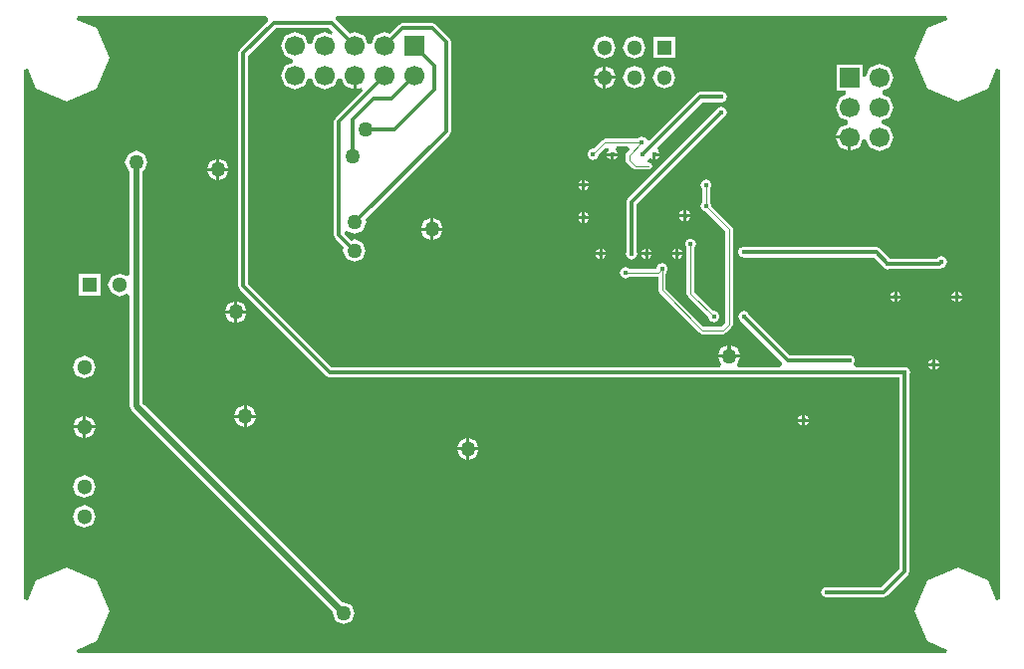
<source format=gbl>
%FSLAX42Y42*%
%MOMM*%
G71*
G01*
G75*
G04 Layer_Physical_Order=2*
G04 Layer_Color=16711680*
%ADD10R,1.45X1.65*%
%ADD11R,1.65X1.45*%
%ADD12O,2.20X0.60*%
%ADD13R,1.30X1.80*%
%ADD14R,5.55X6.10*%
%ADD15R,1.55X0.60*%
%ADD16R,0.80X0.90*%
%ADD17R,0.90X0.80*%
%ADD18R,1.40X0.90*%
%ADD19R,0.90X1.40*%
%ADD20R,1.15X1.80*%
%ADD21R,1.80X1.15*%
%ADD22R,1.55X0.70*%
%ADD23R,0.70X1.55*%
%ADD24R,1.00X1.75*%
%ADD25R,1.75X1.00*%
%ADD26R,3.10X5.60*%
%ADD27C,0.29*%
%ADD28O,0.40X1.70*%
%ADD29R,1.65X2.00*%
G04:AMPARAMS|DCode=30|XSize=0.8mm|YSize=1.5mm|CornerRadius=0mm|HoleSize=0mm|Usage=FLASHONLY|Rotation=180.000|XOffset=0mm|YOffset=0mm|HoleType=Round|Shape=Octagon|*
%AMOCTAGOND30*
4,1,8,0.20,-0.75,-0.20,-0.75,-0.40,-0.55,-0.40,0.55,-0.20,0.75,0.20,0.75,0.40,0.55,0.40,-0.55,0.20,-0.75,0.0*
%
%ADD30OCTAGOND30*%

G04:AMPARAMS|DCode=31|XSize=0.8mm|YSize=1.5mm|CornerRadius=0mm|HoleSize=0mm|Usage=FLASHONLY|Rotation=90.000|XOffset=0mm|YOffset=0mm|HoleType=Round|Shape=Octagon|*
%AMOCTAGOND31*
4,1,8,-0.75,-0.20,-0.75,0.20,-0.55,0.40,0.55,0.40,0.75,0.20,0.75,-0.20,0.55,-0.40,-0.55,-0.40,-0.75,-0.20,0.0*
%
%ADD31OCTAGOND31*%

%ADD32O,1.35X0.55*%
%ADD33O,0.60X1.55*%
%ADD34R,1.10X0.60*%
%ADD35C,0.50*%
%ADD36C,0.30*%
%ADD37C,0.10*%
%ADD38C,1.00*%
%ADD39C,0.25*%
%ADD40C,0.15*%
%ADD41C,0.20*%
%ADD42C,1.70*%
%ADD43R,1.70X1.70*%
%ADD44R,1.70X1.70*%
%ADD45C,1.30*%
%ADD46R,1.30X1.30*%
%ADD47C,1.27*%
%ADD48C,0.40*%
G36*
X7887Y5437D02*
X7716Y5366D01*
X7609Y5108D01*
X7716Y4849D01*
X7975Y4742D01*
X8234Y4849D01*
X8304Y5019D01*
X8334Y5013D01*
Y502D01*
X8304Y496D01*
X8234Y666D01*
X7975Y773D01*
X7716Y666D01*
X7609Y408D01*
X7716Y149D01*
X7887Y78D01*
X7881Y49D01*
X494D01*
X488Y78D01*
X659Y149D01*
X766Y408D01*
X659Y666D01*
X400Y773D01*
X141Y666D01*
X71Y496D01*
X41Y502D01*
Y5013D01*
X71Y5019D01*
X141Y4849D01*
X400Y4742D01*
X659Y4849D01*
X766Y5108D01*
X659Y5366D01*
X488Y5437D01*
X494Y5466D01*
X2082D01*
X2107Y5454D01*
X2112Y5424D01*
X1870Y5182D01*
X1858Y5151D01*
X1858Y5151D01*
Y3169D01*
X1858Y3169D01*
X1870Y3138D01*
X2602Y2407D01*
X2602Y2407D01*
X2611Y2403D01*
X2633Y2394D01*
X2633Y2394D01*
X7480D01*
Y766D01*
X7327Y612D01*
X6871D01*
X6857Y618D01*
X6823Y603D01*
X6808Y569D01*
X6823Y534D01*
X6857Y520D01*
X6871Y525D01*
X7345D01*
X7345Y525D01*
X7376Y538D01*
X7555Y717D01*
X7555Y717D01*
X7558Y726D01*
X7567Y747D01*
X7567Y747D01*
Y2424D01*
X7573Y2438D01*
X7558Y2472D01*
X7524Y2487D01*
X7511Y2481D01*
X7106D01*
X7090Y2506D01*
X7102Y2535D01*
X7087Y2570D01*
X7053Y2584D01*
X7039Y2579D01*
X6548D01*
X6196Y2931D01*
X6190Y2944D01*
X6156Y2958D01*
X6121Y2944D01*
X6107Y2909D01*
X6121Y2874D01*
X6134Y2869D01*
X6481Y2522D01*
X6476Y2493D01*
X6453Y2481D01*
X6104D01*
X6099Y2508D01*
Y2508D01*
D01*
X6122Y2564D01*
X5940D01*
X5963Y2508D01*
Y2508D01*
Y2508D01*
X5958Y2481D01*
X2651D01*
X1945Y3187D01*
Y5133D01*
X2179Y5368D01*
X2631D01*
X2665Y5333D01*
X2649Y5308D01*
X2596Y5330D01*
X2511Y5295D01*
X2484Y5228D01*
X2454D01*
X2426Y5295D01*
X2342Y5330D01*
X2257Y5295D01*
X2222Y5210D01*
X2257Y5126D01*
X2324Y5098D01*
Y5068D01*
X2257Y5041D01*
X2222Y4956D01*
X2257Y4872D01*
X2342Y4837D01*
X2426Y4872D01*
X2454Y4938D01*
X2484D01*
X2511Y4872D01*
X2596Y4837D01*
X2680Y4872D01*
X2708Y4938D01*
X2738D01*
X2765Y4872D01*
X2837Y4842D01*
Y4956D01*
X2862D01*
Y4842D01*
X2903Y4859D01*
X2919Y4834D01*
X2683Y4597D01*
X2670Y4566D01*
X2670Y4566D01*
Y3601D01*
X2670Y3601D01*
X2683Y3571D01*
X2758Y3495D01*
X2748Y3471D01*
X2776Y3403D01*
X2844Y3375D01*
X2913Y3403D01*
X2941Y3471D01*
X2913Y3539D01*
X2844Y3567D01*
X2820Y3557D01*
X2765Y3612D01*
X2774Y3641D01*
X2783Y3643D01*
X2783D01*
D01*
X2851Y3615D01*
X2919Y3643D01*
X2947Y3711D01*
X2937Y3735D01*
X3655Y4452D01*
X3655Y4452D01*
X3661Y4468D01*
X3667Y4483D01*
X3667Y4483D01*
Y5249D01*
X3655Y5280D01*
X3655Y5280D01*
X3541Y5393D01*
X3510Y5406D01*
X3510Y5406D01*
X3256D01*
X3256Y5406D01*
X3234Y5397D01*
X3225Y5393D01*
X3225Y5393D01*
X3145Y5313D01*
X3104Y5330D01*
X3019Y5295D01*
X2992Y5228D01*
X2962D01*
X2934Y5295D01*
X2850Y5330D01*
X2809Y5313D01*
X2683Y5439D01*
X2695Y5466D01*
X7881D01*
X7887Y5437D01*
D02*
G37*
%LPC*%
G36*
X1851Y3040D02*
Y2961D01*
X1929D01*
X1907Y3017D01*
X1851Y3040D01*
D02*
G37*
G36*
X1826D02*
X1770Y3017D01*
X1748Y2961D01*
X1826D01*
Y3040D01*
D02*
G37*
G36*
X7434Y3065D02*
X7402D01*
X7412Y3043D01*
X7434Y3034D01*
Y3065D01*
D02*
G37*
G36*
X7954D02*
X7922D01*
X7932Y3043D01*
X7954Y3034D01*
Y3065D01*
D02*
G37*
G36*
X7490D02*
X7459D01*
Y3034D01*
X7481Y3043D01*
X7490Y3065D01*
D02*
G37*
G36*
X5704Y3575D02*
X5669Y3561D01*
X5655Y3526D01*
X5669Y3492D01*
X5671Y3491D01*
Y3107D01*
X5671Y3107D01*
X5671D01*
X5680Y3083D01*
X5852Y2912D01*
X5851Y2910D01*
X5866Y2876D01*
X5900Y2861D01*
X5935Y2876D01*
X5949Y2910D01*
X5935Y2945D01*
X5900Y2959D01*
X5898Y2959D01*
X5737Y3120D01*
Y3491D01*
X5738Y3492D01*
X5753Y3526D01*
X5738Y3561D01*
X5704Y3575D01*
D02*
G37*
G36*
X6044Y2667D02*
Y2589D01*
X6122D01*
X6099Y2645D01*
X6044Y2667D01*
D02*
G37*
G36*
X6018D02*
X5963Y2645D01*
X5940Y2589D01*
X6018D01*
Y2667D01*
D02*
G37*
G36*
X5834Y4079D02*
X5799Y4065D01*
X5785Y4030D01*
X5799Y3995D01*
X5801Y3994D01*
Y3887D01*
X5799Y3886D01*
X5785Y3851D01*
X5799Y3817D01*
X5834Y3802D01*
X5836Y3803D01*
X5996Y3643D01*
Y2857D01*
X5966Y2828D01*
X5815D01*
X5493Y3150D01*
Y3279D01*
X5495Y3280D01*
X5509Y3315D01*
X5495Y3350D01*
X5460Y3364D01*
X5425Y3350D01*
X5411Y3315D01*
X5187D01*
X5186Y3317D01*
X5151Y3332D01*
X5117Y3317D01*
X5102Y3283D01*
X5117Y3248D01*
X5151Y3233D01*
X5186Y3248D01*
X5187Y3250D01*
X5427D01*
Y3136D01*
X5437Y3113D01*
X5778Y2772D01*
X5801Y2762D01*
X5801Y2762D01*
X5980D01*
X6003Y2772D01*
X6052Y2820D01*
X6062Y2844D01*
Y3656D01*
X6052Y3680D01*
X5882Y3849D01*
X5883Y3851D01*
X5868Y3886D01*
X5867Y3887D01*
Y3994D01*
X5868Y3995D01*
X5883Y4030D01*
X5868Y4065D01*
X5834Y4079D01*
D02*
G37*
G36*
X1929Y2936D02*
X1851D01*
Y2858D01*
X1907Y2881D01*
X1929Y2936D01*
D02*
G37*
G36*
X1826D02*
X1748D01*
X1770Y2881D01*
X1826Y2858D01*
Y2936D01*
D02*
G37*
G36*
X6154Y3507D02*
X6120Y3492D01*
X6105Y3458D01*
X6120Y3423D01*
X6154Y3408D01*
X6167Y3414D01*
X7266D01*
X7341Y3338D01*
X7347Y3325D01*
X7381Y3311D01*
X7394Y3316D01*
X7820D01*
X7820Y3316D01*
X7851Y3329D01*
X7858Y3336D01*
X7871Y3342D01*
X7885Y3376D01*
X7871Y3411D01*
X7836Y3425D01*
X7802Y3411D01*
X7798Y3404D01*
X7399D01*
X7315Y3488D01*
X7284Y3501D01*
X7284Y3501D01*
X6167D01*
X6154Y3507D01*
D02*
G37*
G36*
X991Y4321D02*
X923Y4293D01*
X895Y4225D01*
X923Y4157D01*
X937Y4151D01*
Y3270D01*
X912Y3254D01*
X850Y3279D01*
X781Y3250D01*
X752Y3181D01*
X781Y3112D01*
X850Y3083D01*
X912Y3109D01*
X937Y3092D01*
Y2152D01*
X953Y2114D01*
X2664Y402D01*
X2659Y389D01*
X2687Y321D01*
X2755Y293D01*
X2823Y321D01*
X2851Y389D01*
X2823Y457D01*
X2755Y485D01*
X2742Y479D01*
X1046Y2175D01*
Y4151D01*
X1059Y4157D01*
X1087Y4225D01*
X1059Y4293D01*
X991Y4321D01*
D02*
G37*
G36*
X5964Y4698D02*
X5929Y4684D01*
X5923Y4668D01*
X5169Y3915D01*
X5156Y3884D01*
X5156Y3884D01*
Y3458D01*
X5151Y3445D01*
X5165Y3410D01*
X5200Y3396D01*
X5235Y3410D01*
X5249Y3445D01*
X5244Y3458D01*
Y3866D01*
X5988Y4610D01*
X5998Y4614D01*
X6013Y4649D01*
X5998Y4684D01*
X5964Y4698D01*
D02*
G37*
G36*
X4984Y3432D02*
X4953D01*
Y3401D01*
X4975Y3410D01*
X4984Y3432D01*
D02*
G37*
G36*
X4927D02*
X4896D01*
X4905Y3410D01*
X4927Y3401D01*
Y3432D01*
D02*
G37*
G36*
X686Y3272D02*
X506D01*
Y3091D01*
X686D01*
Y3272D01*
D02*
G37*
G36*
X7434Y3121D02*
X7412Y3112D01*
X7402Y3090D01*
X7434D01*
Y3121D01*
D02*
G37*
G36*
X8010Y3065D02*
X7979D01*
Y3034D01*
X8001Y3043D01*
X8010Y3065D01*
D02*
G37*
G36*
X7459Y3121D02*
Y3090D01*
X7490D01*
X7481Y3112D01*
X7459Y3121D01*
D02*
G37*
G36*
X7979D02*
Y3090D01*
X8010D01*
X8001Y3112D01*
X7979Y3121D01*
D02*
G37*
G36*
X7954D02*
X7932Y3112D01*
X7922Y3090D01*
X7954D01*
Y3121D01*
D02*
G37*
G36*
X7784Y2546D02*
Y2515D01*
X7815D01*
X7806Y2537D01*
X7784Y2546D01*
D02*
G37*
G36*
X643Y1961D02*
X563D01*
Y1881D01*
X619Y1904D01*
X643Y1961D01*
D02*
G37*
G36*
X537D02*
X457D01*
X481Y1904D01*
X537Y1881D01*
Y1961D01*
D02*
G37*
G36*
X1905Y2051D02*
X1827D01*
X1849Y1996D01*
X1905Y1973D01*
Y2051D01*
D02*
G37*
G36*
X6650Y2016D02*
X6618D01*
X6628Y1994D01*
X6650Y1985D01*
Y2016D01*
D02*
G37*
G36*
X2008Y2051D02*
X1930D01*
Y1973D01*
X1986Y1996D01*
X2008Y2051D01*
D02*
G37*
G36*
X3822Y1877D02*
Y1799D01*
X3900D01*
X3877Y1854D01*
X3822Y1877D01*
D02*
G37*
G36*
X550Y1563D02*
X481Y1534D01*
X452Y1465D01*
X481Y1396D01*
X550Y1367D01*
X619Y1396D01*
X648Y1465D01*
X619Y1534D01*
X550Y1563D01*
D02*
G37*
G36*
Y1309D02*
X481Y1280D01*
X452Y1211D01*
X481Y1142D01*
X550Y1113D01*
X619Y1142D01*
X648Y1211D01*
X619Y1280D01*
X550Y1309D01*
D02*
G37*
G36*
X3796Y1774D02*
X3718D01*
X3741Y1718D01*
X3796Y1695D01*
Y1774D01*
D02*
G37*
G36*
Y1877D02*
X3741Y1854D01*
X3718Y1799D01*
X3796D01*
Y1877D01*
D02*
G37*
G36*
X3900Y1774D02*
X3822D01*
Y1695D01*
X3877Y1718D01*
X3900Y1774D01*
D02*
G37*
G36*
X550Y2579D02*
X481Y2550D01*
X452Y2481D01*
X481Y2412D01*
X550Y2383D01*
X619Y2412D01*
X648Y2481D01*
X619Y2550D01*
X550Y2579D01*
D02*
G37*
G36*
X1930Y2155D02*
Y2076D01*
X2008D01*
X1986Y2132D01*
X1930Y2155D01*
D02*
G37*
G36*
X7759Y2490D02*
X7727D01*
X7737Y2468D01*
X7759Y2459D01*
Y2490D01*
D02*
G37*
G36*
Y2546D02*
X7737Y2537D01*
X7727Y2515D01*
X7759D01*
Y2546D01*
D02*
G37*
G36*
X7815Y2490D02*
X7784D01*
Y2459D01*
X7806Y2468D01*
X7815Y2490D01*
D02*
G37*
G36*
X1905Y2155D02*
X1849Y2132D01*
X1827Y2076D01*
X1905D01*
Y2155D01*
D02*
G37*
G36*
X537Y2066D02*
X481Y2042D01*
X457Y1986D01*
X537D01*
Y2066D01*
D02*
G37*
G36*
X6706Y2016D02*
X6675D01*
Y1985D01*
X6697Y1994D01*
X6706Y2016D01*
D02*
G37*
G36*
X563Y2066D02*
Y1986D01*
X643D01*
X619Y2042D01*
X563Y2066D01*
D02*
G37*
G36*
X6675Y2073D02*
Y2041D01*
X6706D01*
X6697Y2064D01*
X6675Y2073D01*
D02*
G37*
G36*
X6650D02*
X6628Y2064D01*
X6618Y2041D01*
X6650D01*
Y2073D01*
D02*
G37*
G36*
X5025Y4277D02*
X4994D01*
X5003Y4255D01*
X5025Y4246D01*
Y4277D01*
D02*
G37*
G36*
X1697Y4252D02*
Y4174D01*
X1776D01*
X1753Y4229D01*
X1697Y4252D01*
D02*
G37*
G36*
X5081Y4277D02*
X5050D01*
Y4246D01*
X5072Y4255D01*
X5081Y4277D01*
D02*
G37*
G36*
X7040Y4423D02*
X6938D01*
X6968Y4352D01*
X7040Y4322D01*
Y4423D01*
D02*
G37*
G36*
X5439Y4277D02*
X5408D01*
Y4246D01*
X5430Y4255D01*
X5439Y4277D01*
D02*
G37*
G36*
X1672Y4252D02*
X1617Y4229D01*
X1594Y4174D01*
X1672D01*
Y4252D01*
D02*
G37*
G36*
X4781Y4074D02*
X4759Y4065D01*
X4750Y4043D01*
X4781D01*
Y4074D01*
D02*
G37*
G36*
X4838Y4017D02*
X4806D01*
Y3986D01*
X4828Y3995D01*
X4838Y4017D01*
D02*
G37*
G36*
X4806Y4074D02*
Y4043D01*
X4838D01*
X4828Y4065D01*
X4806Y4074D01*
D02*
G37*
G36*
X1776Y4149D02*
X1697D01*
Y4070D01*
X1753Y4093D01*
X1776Y4149D01*
D02*
G37*
G36*
X1672D02*
X1594D01*
X1617Y4093D01*
X1672Y4070D01*
Y4149D01*
D02*
G37*
G36*
X4985Y5039D02*
Y4959D01*
X5065D01*
X5042Y5015D01*
X4985Y5039D01*
D02*
G37*
G36*
X4960D02*
X4903Y5015D01*
X4880Y4959D01*
X4960D01*
Y5039D01*
D02*
G37*
G36*
X4972Y5298D02*
X4903Y5269D01*
X4875Y5200D01*
X4903Y5131D01*
X4972Y5102D01*
X5042Y5131D01*
X5070Y5200D01*
X5042Y5269D01*
X4972Y5298D01*
D02*
G37*
G36*
X5571Y5290D02*
X5390D01*
Y5110D01*
X5571D01*
Y5290D01*
D02*
G37*
G36*
X5226Y5298D02*
X5157Y5269D01*
X5129Y5200D01*
X5157Y5131D01*
X5226Y5102D01*
X5296Y5131D01*
X5324Y5200D01*
X5296Y5269D01*
X5226Y5298D01*
D02*
G37*
G36*
X7308Y5059D02*
X7224Y5024D01*
X7192Y4948D01*
X7192Y4948D01*
X7163Y4954D01*
Y5050D01*
X6942D01*
Y4830D01*
X7019D01*
X7025Y4800D01*
X6968Y4776D01*
X6933Y4692D01*
X6968Y4608D01*
X7037Y4579D01*
Y4549D01*
X6968Y4520D01*
X6938Y4449D01*
X7053D01*
Y4436D01*
X7065D01*
Y4322D01*
X7137Y4352D01*
X7165Y4419D01*
X7195D01*
X7222Y4354D01*
X7307Y4319D01*
X7391Y4354D01*
X7426Y4438D01*
X7391Y4522D01*
X7325Y4550D01*
Y4580D01*
X7391Y4608D01*
X7426Y4692D01*
X7391Y4776D01*
X7333Y4801D01*
Y4831D01*
X7393Y4856D01*
X7428Y4940D01*
X7393Y5024D01*
X7308Y5059D01*
D02*
G37*
G36*
X5226Y5044D02*
X5157Y5015D01*
X5129Y4946D01*
X5157Y4877D01*
X5226Y4848D01*
X5296Y4877D01*
X5324Y4946D01*
X5296Y5015D01*
X5226Y5044D01*
D02*
G37*
G36*
X5964Y4827D02*
X5951Y4821D01*
X5785D01*
X5754Y4808D01*
X5754Y4808D01*
X5357Y4412D01*
X5328Y4417D01*
X5325Y4425D01*
X5290Y4439D01*
X5255Y4425D01*
X5254Y4423D01*
X4975D01*
X4952Y4413D01*
X4877Y4338D01*
X4875Y4339D01*
X4840Y4325D01*
X4826Y4290D01*
X4840Y4255D01*
X4875Y4241D01*
X4910Y4255D01*
X4924Y4290D01*
X4923Y4292D01*
X4979Y4347D01*
X5008Y4339D01*
X5010Y4328D01*
X5003Y4325D01*
X4994Y4303D01*
X5081D01*
X5072Y4325D01*
X5065Y4328D01*
X5071Y4357D01*
X5171D01*
X5183Y4329D01*
X5160Y4307D01*
X5151Y4284D01*
Y4241D01*
X5151Y4241D01*
X5151D01*
X5160Y4218D01*
X5209Y4169D01*
X5233Y4160D01*
X5348D01*
X5371Y4169D01*
X5381Y4192D01*
X5371Y4216D01*
X5348Y4225D01*
X5337D01*
X5334Y4239D01*
X5359Y4256D01*
X5360Y4255D01*
X5360Y4255D01*
X5360Y4255D01*
X5382Y4246D01*
Y4290D01*
X5395D01*
Y4303D01*
X5439D01*
X5430Y4325D01*
X5429Y4325D01*
X5424Y4354D01*
X5803Y4734D01*
X5951D01*
X5964Y4728D01*
X5998Y4743D01*
X6013Y4778D01*
X5998Y4812D01*
X5964Y4827D01*
D02*
G37*
G36*
X5481Y5044D02*
X5411Y5015D01*
X5383Y4946D01*
X5411Y4877D01*
X5481Y4848D01*
X5550Y4877D01*
X5578Y4946D01*
X5550Y5015D01*
X5481Y5044D01*
D02*
G37*
G36*
X5065Y4933D02*
X4985D01*
Y4853D01*
X5042Y4877D01*
X5065Y4933D01*
D02*
G37*
G36*
X4960D02*
X4880D01*
X4903Y4877D01*
X4960Y4853D01*
Y4933D01*
D02*
G37*
G36*
X4781Y4017D02*
X4750D01*
X4759Y3995D01*
X4781Y3986D01*
Y4017D01*
D02*
G37*
G36*
X5343Y3489D02*
Y3458D01*
X5374D01*
X5365Y3480D01*
X5343Y3489D01*
D02*
G37*
G36*
X5317D02*
X5295Y3480D01*
X5286Y3458D01*
X5317D01*
Y3489D01*
D02*
G37*
G36*
X5577D02*
X5555Y3480D01*
X5546Y3458D01*
X5577D01*
Y3489D01*
D02*
G37*
G36*
X3491Y3643D02*
X3413D01*
X3435Y3588D01*
X3491Y3565D01*
Y3643D01*
D02*
G37*
G36*
X5603Y3489D02*
Y3458D01*
X5634D01*
X5625Y3480D01*
X5603Y3489D01*
D02*
G37*
G36*
X4953Y3489D02*
Y3458D01*
X4984D01*
X4975Y3480D01*
X4953Y3489D01*
D02*
G37*
G36*
X5374Y3432D02*
X5343D01*
Y3401D01*
X5365Y3410D01*
X5374Y3432D01*
D02*
G37*
G36*
X5317D02*
X5286D01*
X5295Y3410D01*
X5317Y3401D01*
Y3432D01*
D02*
G37*
G36*
X5577D02*
X5546D01*
X5555Y3410D01*
X5577Y3401D01*
Y3432D01*
D02*
G37*
G36*
X4927Y3489D02*
X4905Y3480D01*
X4896Y3458D01*
X4927D01*
Y3489D01*
D02*
G37*
G36*
X5634Y3432D02*
X5603D01*
Y3401D01*
X5625Y3410D01*
X5634Y3432D01*
D02*
G37*
G36*
X4781Y3798D02*
X4759Y3788D01*
X4750Y3766D01*
X4781D01*
Y3798D01*
D02*
G37*
G36*
X5699Y3757D02*
X5668D01*
Y3726D01*
X5690Y3735D01*
X5699Y3757D01*
D02*
G37*
G36*
X4806Y3798D02*
Y3766D01*
X4838D01*
X4828Y3788D01*
X4806Y3798D01*
D02*
G37*
G36*
X5668Y3814D02*
Y3783D01*
X5699D01*
X5690Y3805D01*
X5668Y3814D01*
D02*
G37*
G36*
X5642D02*
X5620Y3805D01*
X5611Y3783D01*
X5642D01*
Y3814D01*
D02*
G37*
G36*
Y3757D02*
X5611D01*
X5620Y3735D01*
X5642Y3726D01*
Y3757D01*
D02*
G37*
G36*
X3491Y3747D02*
X3435Y3724D01*
X3413Y3668D01*
X3491D01*
Y3747D01*
D02*
G37*
G36*
X3594Y3643D02*
X3516D01*
Y3565D01*
X3572Y3588D01*
X3594Y3643D01*
D02*
G37*
G36*
X3516Y3747D02*
Y3668D01*
X3594D01*
X3572Y3724D01*
X3516Y3747D01*
D02*
G37*
G36*
X4838Y3741D02*
X4806D01*
Y3710D01*
X4828Y3719D01*
X4838Y3741D01*
D02*
G37*
G36*
X4781D02*
X4750D01*
X4759Y3719D01*
X4781Y3710D01*
Y3741D01*
D02*
G37*
%LPD*%
D35*
X991Y2152D02*
Y4225D01*
Y2152D02*
X2755Y389D01*
D36*
X3510Y5362D02*
X3624Y5249D01*
X3256Y5362D02*
X3510D01*
X3104Y5210D02*
X3256Y5362D01*
X3159Y4761D02*
X3355Y4957D01*
X3526Y4842D02*
Y5042D01*
X3358Y5210D02*
X3526Y5042D01*
X3624Y4483D02*
Y5249D01*
X2851Y3711D02*
X3624Y4483D01*
X7524Y747D02*
Y2438D01*
X7345Y569D02*
X7524Y747D01*
X6857Y569D02*
X7345D01*
X2827Y4274D02*
Y4583D01*
X3185Y4501D02*
X3526Y4842D01*
X2827Y4583D02*
X3006Y4761D01*
X2941Y4501D02*
X3185D01*
X3006Y4761D02*
X3159D01*
X2714Y3601D02*
X2844Y3471D01*
X2714Y3601D02*
Y4566D01*
X3104Y4956D01*
X2649Y5411D02*
X2850Y5210D01*
X2161Y5411D02*
X2649D01*
X2633Y2438D02*
X7524D01*
X6156Y2909D02*
X6530Y2535D01*
X7053D01*
X6154Y3458D02*
X7284D01*
X7381Y3360D01*
X7820D01*
X7836Y3376D01*
X5200Y3445D02*
Y3884D01*
X5964Y4648D01*
X5297Y4290D02*
X5785Y4778D01*
X5964D01*
X1901Y5151D02*
X2161Y5411D01*
X1901Y3169D02*
X2633Y2438D01*
X1901Y3169D02*
Y5151D01*
D37*
X5704Y3107D02*
Y3526D01*
Y3107D02*
X5900Y2910D01*
X4875Y4290D02*
X4975Y4390D01*
X5290D01*
X5151Y3283D02*
X5428D01*
X5460Y3315D01*
Y3136D02*
Y3315D01*
Y3136D02*
X5801Y2795D01*
X5980D01*
X6029Y2844D01*
Y3656D01*
X5834Y3851D02*
X6029Y3656D01*
X5834Y3851D02*
X5834Y3851D01*
X5834Y3851D02*
Y4030D01*
X5184Y4284D02*
X5290Y4390D01*
X5184Y4241D02*
Y4284D01*
Y4241D02*
X5233Y4192D01*
X5348D01*
D42*
X3355Y4957D02*
D03*
X3104Y4956D02*
D03*
Y5210D02*
D03*
X2850Y4956D02*
D03*
Y5210D02*
D03*
X2596Y4956D02*
D03*
Y5210D02*
D03*
X2342Y4956D02*
D03*
Y5210D02*
D03*
X7308Y4940D02*
D03*
X7307Y4692D02*
D03*
X7053D02*
D03*
X7307Y4438D02*
D03*
X7053Y4436D02*
D03*
D43*
X3358Y5210D02*
D03*
D44*
X7053Y4940D02*
D03*
D45*
X550Y1211D02*
D03*
Y1465D02*
D03*
Y1973D02*
D03*
Y2481D02*
D03*
X5226Y4946D02*
D03*
Y5200D02*
D03*
X5481Y4946D02*
D03*
X4972D02*
D03*
Y5200D02*
D03*
X850Y3181D02*
D03*
D46*
X5481Y5200D02*
D03*
X596Y3181D02*
D03*
D47*
X2755Y389D02*
D03*
X2844Y3471D02*
D03*
X2851Y3711D02*
D03*
X2827Y4274D02*
D03*
X991Y4225D02*
D03*
X1917Y2064D02*
D03*
X1839Y2949D02*
D03*
X1685Y4161D02*
D03*
X3504Y3656D02*
D03*
X3809Y1786D02*
D03*
X6031Y2576D02*
D03*
X2941Y4501D02*
D03*
D48*
X5655Y3770D02*
D03*
X5330Y3445D02*
D03*
X4794Y3754D02*
D03*
X5590Y3445D02*
D03*
X4940Y3445D02*
D03*
X5704Y3526D02*
D03*
X5900Y2910D02*
D03*
X7524Y2438D02*
D03*
X6857Y569D02*
D03*
X7771Y2502D02*
D03*
X7966Y3077D02*
D03*
X7446D02*
D03*
X7381Y3360D02*
D03*
X4794Y4030D02*
D03*
X5038Y4290D02*
D03*
X5297D02*
D03*
X5964Y4778D02*
D03*
Y4649D02*
D03*
X6662Y2029D02*
D03*
X7053Y2535D02*
D03*
X6156Y2909D02*
D03*
X6154Y3458D02*
D03*
X7836Y3376D02*
D03*
X5200Y3445D02*
D03*
X5290Y4390D02*
D03*
X4875Y4290D02*
D03*
X5834Y3851D02*
D03*
X5460Y3315D02*
D03*
X5151Y3283D02*
D03*
X5395Y4290D02*
D03*
X5834Y4030D02*
D03*
M02*

</source>
